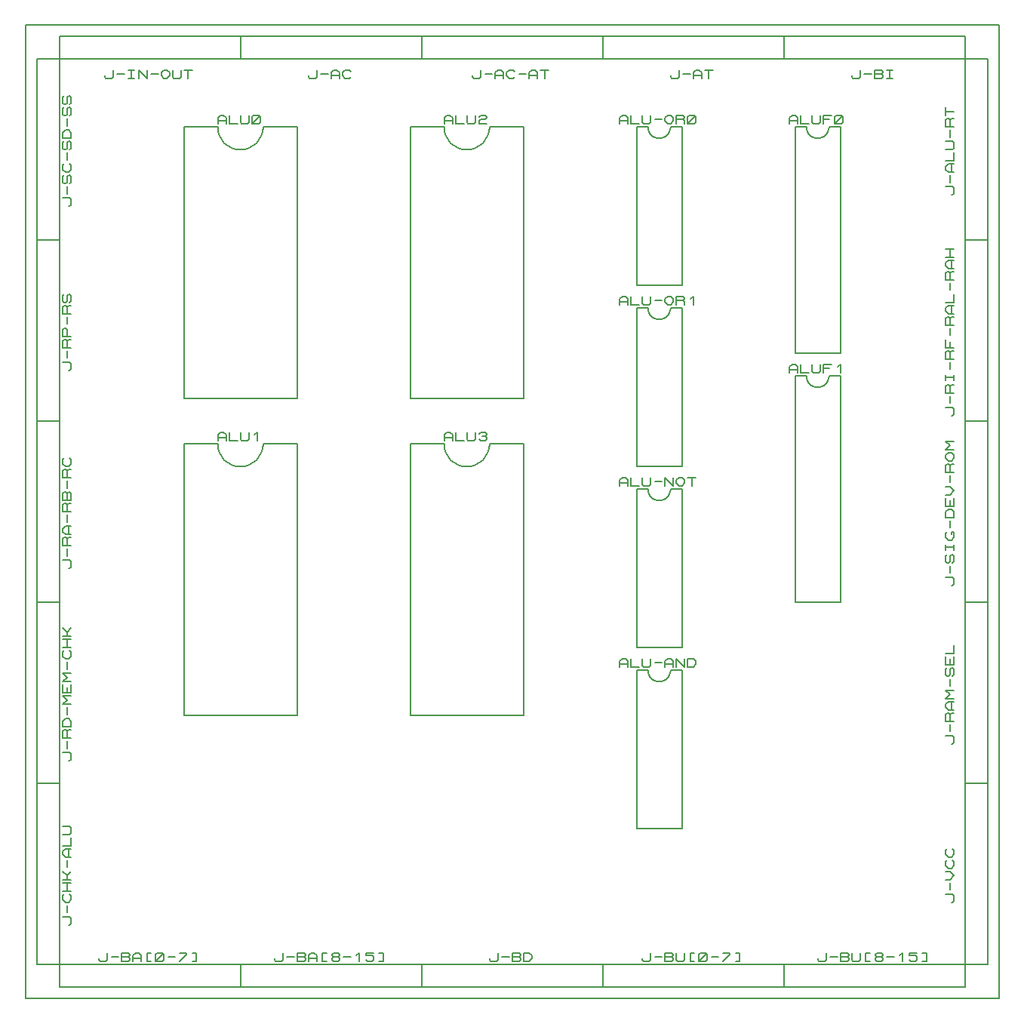
<source format=gbr>
G04 PROTEUS GERBER X2 FILE*
%TF.GenerationSoftware,Labcenter,Proteus,8.13-SP0-Build31525*%
%TF.CreationDate,2022-07-18T16:51:56+00:00*%
%TF.FileFunction,Legend,Top*%
%TF.FilePolarity,Positive*%
%TF.Part,Single*%
%TF.SameCoordinates,{ef34fe09-6a13-4269-aa04-aafbd3ed972e}*%
%FSLAX45Y45*%
%MOMM*%
G01*
%TA.AperFunction,Profile*%
%ADD15C,0.203200*%
%TA.AperFunction,Material*%
%ADD16C,0.203200*%
%TD.AperFunction*%
D15*
X-5461000Y-5715000D02*
X+5461000Y-5715000D01*
X+5461000Y+5207000D01*
X-5461000Y+5207000D01*
X-5461000Y-5715000D01*
D16*
X-3048000Y+4826000D02*
X-1016000Y+4826000D01*
X-1016000Y+5080000D01*
X-3048000Y+5080000D01*
X-3048000Y+4826000D01*
X-2286000Y+4643120D02*
X-2286000Y+4627880D01*
X-2270125Y+4612640D01*
X-2206625Y+4612640D01*
X-2190750Y+4627880D01*
X-2190750Y+4704080D01*
X-2143125Y+4658360D02*
X-2063750Y+4658360D01*
X-2032000Y+4612640D02*
X-2032000Y+4673600D01*
X-2000250Y+4704080D01*
X-1968500Y+4704080D01*
X-1936750Y+4673600D01*
X-1936750Y+4612640D01*
X-2032000Y+4643120D02*
X-1936750Y+4643120D01*
X-1809750Y+4627880D02*
X-1825625Y+4612640D01*
X-1873250Y+4612640D01*
X-1905000Y+4643120D01*
X-1905000Y+4673600D01*
X-1873250Y+4704080D01*
X-1825625Y+4704080D01*
X-1809750Y+4688840D01*
X-1016000Y+4826000D02*
X+1016000Y+4826000D01*
X+1016000Y+5080000D01*
X-1016000Y+5080000D01*
X-1016000Y+4826000D01*
X-444500Y+4643120D02*
X-444500Y+4627880D01*
X-428625Y+4612640D01*
X-365125Y+4612640D01*
X-349250Y+4627880D01*
X-349250Y+4704080D01*
X-301625Y+4658360D02*
X-222250Y+4658360D01*
X-190500Y+4612640D02*
X-190500Y+4673600D01*
X-158750Y+4704080D01*
X-127000Y+4704080D01*
X-95250Y+4673600D01*
X-95250Y+4612640D01*
X-190500Y+4643120D02*
X-95250Y+4643120D01*
X+31750Y+4627880D02*
X+15875Y+4612640D01*
X-31750Y+4612640D01*
X-63500Y+4643120D01*
X-63500Y+4673600D01*
X-31750Y+4704080D01*
X+15875Y+4704080D01*
X+31750Y+4688840D01*
X+79375Y+4658360D02*
X+158750Y+4658360D01*
X+190500Y+4612640D02*
X+190500Y+4673600D01*
X+222250Y+4704080D01*
X+254000Y+4704080D01*
X+285750Y+4673600D01*
X+285750Y+4612640D01*
X+190500Y+4643120D02*
X+285750Y+4643120D01*
X+317500Y+4704080D02*
X+412750Y+4704080D01*
X+365125Y+4704080D02*
X+365125Y+4612640D01*
X+1016000Y+4826000D02*
X+3048000Y+4826000D01*
X+3048000Y+5080000D01*
X+1016000Y+5080000D01*
X+1016000Y+4826000D01*
X+1778000Y+4643120D02*
X+1778000Y+4627880D01*
X+1793875Y+4612640D01*
X+1857375Y+4612640D01*
X+1873250Y+4627880D01*
X+1873250Y+4704080D01*
X+1920875Y+4658360D02*
X+2000250Y+4658360D01*
X+2032000Y+4612640D02*
X+2032000Y+4673600D01*
X+2063750Y+4704080D01*
X+2095500Y+4704080D01*
X+2127250Y+4673600D01*
X+2127250Y+4612640D01*
X+2032000Y+4643120D02*
X+2127250Y+4643120D01*
X+2159000Y+4704080D02*
X+2254250Y+4704080D01*
X+2206625Y+4704080D02*
X+2206625Y+4612640D01*
X+3048000Y+4826000D02*
X+5080000Y+4826000D01*
X+5080000Y+5080000D01*
X+3048000Y+5080000D01*
X+3048000Y+4826000D01*
X+3810000Y+4643120D02*
X+3810000Y+4627880D01*
X+3825875Y+4612640D01*
X+3889375Y+4612640D01*
X+3905250Y+4627880D01*
X+3905250Y+4704080D01*
X+3952875Y+4658360D02*
X+4032250Y+4658360D01*
X+4064000Y+4612640D02*
X+4064000Y+4704080D01*
X+4143375Y+4704080D01*
X+4159250Y+4688840D01*
X+4159250Y+4673600D01*
X+4143375Y+4658360D01*
X+4159250Y+4643120D01*
X+4159250Y+4627880D01*
X+4143375Y+4612640D01*
X+4064000Y+4612640D01*
X+4064000Y+4658360D02*
X+4143375Y+4658360D01*
X+4206875Y+4704080D02*
X+4270375Y+4704080D01*
X+4238625Y+4704080D02*
X+4238625Y+4612640D01*
X+4206875Y+4612640D02*
X+4270375Y+4612640D01*
X-5080000Y+4826000D02*
X-3048000Y+4826000D01*
X-3048000Y+5080000D01*
X-5080000Y+5080000D01*
X-5080000Y+4826000D01*
X-4572000Y+4643120D02*
X-4572000Y+4627880D01*
X-4556125Y+4612640D01*
X-4492625Y+4612640D01*
X-4476750Y+4627880D01*
X-4476750Y+4704080D01*
X-4429125Y+4658360D02*
X-4349750Y+4658360D01*
X-4302125Y+4704080D02*
X-4238625Y+4704080D01*
X-4270375Y+4704080D02*
X-4270375Y+4612640D01*
X-4302125Y+4612640D02*
X-4238625Y+4612640D01*
X-4191000Y+4612640D02*
X-4191000Y+4704080D01*
X-4095750Y+4612640D01*
X-4095750Y+4704080D01*
X-4048125Y+4658360D02*
X-3968750Y+4658360D01*
X-3937000Y+4673600D02*
X-3905250Y+4704080D01*
X-3873500Y+4704080D01*
X-3841750Y+4673600D01*
X-3841750Y+4643120D01*
X-3873500Y+4612640D01*
X-3905250Y+4612640D01*
X-3937000Y+4643120D01*
X-3937000Y+4673600D01*
X-3810000Y+4704080D02*
X-3810000Y+4627880D01*
X-3794125Y+4612640D01*
X-3730625Y+4612640D01*
X-3714750Y+4627880D01*
X-3714750Y+4704080D01*
X-3683000Y+4704080D02*
X-3587750Y+4704080D01*
X-3635375Y+4704080D02*
X-3635375Y+4612640D01*
X-5080000Y-5588000D02*
X-3048000Y-5588000D01*
X-3048000Y-5334000D01*
X-5080000Y-5334000D01*
X-5080000Y-5588000D01*
X-4635500Y-5262880D02*
X-4635500Y-5278120D01*
X-4619625Y-5293360D01*
X-4556125Y-5293360D01*
X-4540250Y-5278120D01*
X-4540250Y-5201920D01*
X-4492625Y-5247640D02*
X-4413250Y-5247640D01*
X-4381500Y-5293360D02*
X-4381500Y-5201920D01*
X-4302125Y-5201920D01*
X-4286250Y-5217160D01*
X-4286250Y-5232400D01*
X-4302125Y-5247640D01*
X-4286250Y-5262880D01*
X-4286250Y-5278120D01*
X-4302125Y-5293360D01*
X-4381500Y-5293360D01*
X-4381500Y-5247640D02*
X-4302125Y-5247640D01*
X-4254500Y-5293360D02*
X-4254500Y-5232400D01*
X-4222750Y-5201920D01*
X-4191000Y-5201920D01*
X-4159250Y-5232400D01*
X-4159250Y-5293360D01*
X-4254500Y-5262880D02*
X-4159250Y-5262880D01*
X-4048125Y-5201920D02*
X-4095750Y-5201920D01*
X-4095750Y-5293360D01*
X-4048125Y-5293360D01*
X-4000500Y-5278120D02*
X-4000500Y-5217160D01*
X-3984625Y-5201920D01*
X-3921125Y-5201920D01*
X-3905250Y-5217160D01*
X-3905250Y-5278120D01*
X-3921125Y-5293360D01*
X-3984625Y-5293360D01*
X-4000500Y-5278120D01*
X-4000500Y-5293360D02*
X-3905250Y-5201920D01*
X-3857625Y-5247640D02*
X-3778250Y-5247640D01*
X-3730625Y-5201920D02*
X-3651250Y-5201920D01*
X-3651250Y-5217160D01*
X-3730625Y-5293360D01*
X-3587750Y-5201920D02*
X-3540125Y-5201920D01*
X-3540125Y-5293360D01*
X-3587750Y-5293360D01*
X-3048000Y-5588000D02*
X-1016000Y-5588000D01*
X-1016000Y-5334000D01*
X-3048000Y-5334000D01*
X-3048000Y-5588000D01*
X-2667000Y-5262880D02*
X-2667000Y-5278120D01*
X-2651125Y-5293360D01*
X-2587625Y-5293360D01*
X-2571750Y-5278120D01*
X-2571750Y-5201920D01*
X-2524125Y-5247640D02*
X-2444750Y-5247640D01*
X-2413000Y-5293360D02*
X-2413000Y-5201920D01*
X-2333625Y-5201920D01*
X-2317750Y-5217160D01*
X-2317750Y-5232400D01*
X-2333625Y-5247640D01*
X-2317750Y-5262880D01*
X-2317750Y-5278120D01*
X-2333625Y-5293360D01*
X-2413000Y-5293360D01*
X-2413000Y-5247640D02*
X-2333625Y-5247640D01*
X-2286000Y-5293360D02*
X-2286000Y-5232400D01*
X-2254250Y-5201920D01*
X-2222500Y-5201920D01*
X-2190750Y-5232400D01*
X-2190750Y-5293360D01*
X-2286000Y-5262880D02*
X-2190750Y-5262880D01*
X-2079625Y-5201920D02*
X-2127250Y-5201920D01*
X-2127250Y-5293360D01*
X-2079625Y-5293360D01*
X-2000250Y-5247640D02*
X-2016125Y-5232400D01*
X-2016125Y-5217160D01*
X-2000250Y-5201920D01*
X-1952625Y-5201920D01*
X-1936750Y-5217160D01*
X-1936750Y-5232400D01*
X-1952625Y-5247640D01*
X-2000250Y-5247640D01*
X-2016125Y-5262880D01*
X-2016125Y-5278120D01*
X-2000250Y-5293360D01*
X-1952625Y-5293360D01*
X-1936750Y-5278120D01*
X-1936750Y-5262880D01*
X-1952625Y-5247640D01*
X-1889125Y-5247640D02*
X-1809750Y-5247640D01*
X-1746250Y-5232400D02*
X-1714500Y-5201920D01*
X-1714500Y-5293360D01*
X-1555750Y-5201920D02*
X-1635125Y-5201920D01*
X-1635125Y-5232400D01*
X-1571625Y-5232400D01*
X-1555750Y-5247640D01*
X-1555750Y-5278120D01*
X-1571625Y-5293360D01*
X-1619250Y-5293360D01*
X-1635125Y-5278120D01*
X-1492250Y-5201920D02*
X-1444625Y-5201920D01*
X-1444625Y-5293360D01*
X-1492250Y-5293360D01*
X-1016000Y-5588000D02*
X+1016000Y-5588000D01*
X+1016000Y-5334000D01*
X-1016000Y-5334000D01*
X-1016000Y-5588000D01*
X-254000Y-5262880D02*
X-254000Y-5278120D01*
X-238125Y-5293360D01*
X-174625Y-5293360D01*
X-158750Y-5278120D01*
X-158750Y-5201920D01*
X-111125Y-5247640D02*
X-31750Y-5247640D01*
X+0Y-5293360D02*
X+0Y-5201920D01*
X+79375Y-5201920D01*
X+95250Y-5217160D01*
X+95250Y-5232400D01*
X+79375Y-5247640D01*
X+95250Y-5262880D01*
X+95250Y-5278120D01*
X+79375Y-5293360D01*
X+0Y-5293360D01*
X+0Y-5247640D02*
X+79375Y-5247640D01*
X+127000Y-5293360D02*
X+127000Y-5201920D01*
X+190500Y-5201920D01*
X+222250Y-5232400D01*
X+222250Y-5262880D01*
X+190500Y-5293360D01*
X+127000Y-5293360D01*
X+1016000Y-5588000D02*
X+3048000Y-5588000D01*
X+3048000Y-5334000D01*
X+1016000Y-5334000D01*
X+1016000Y-5588000D01*
X+1460500Y-5262880D02*
X+1460500Y-5278120D01*
X+1476375Y-5293360D01*
X+1539875Y-5293360D01*
X+1555750Y-5278120D01*
X+1555750Y-5201920D01*
X+1603375Y-5247640D02*
X+1682750Y-5247640D01*
X+1714500Y-5293360D02*
X+1714500Y-5201920D01*
X+1793875Y-5201920D01*
X+1809750Y-5217160D01*
X+1809750Y-5232400D01*
X+1793875Y-5247640D01*
X+1809750Y-5262880D01*
X+1809750Y-5278120D01*
X+1793875Y-5293360D01*
X+1714500Y-5293360D01*
X+1714500Y-5247640D02*
X+1793875Y-5247640D01*
X+1841500Y-5201920D02*
X+1841500Y-5278120D01*
X+1857375Y-5293360D01*
X+1920875Y-5293360D01*
X+1936750Y-5278120D01*
X+1936750Y-5201920D01*
X+2047875Y-5201920D02*
X+2000250Y-5201920D01*
X+2000250Y-5293360D01*
X+2047875Y-5293360D01*
X+2095500Y-5278120D02*
X+2095500Y-5217160D01*
X+2111375Y-5201920D01*
X+2174875Y-5201920D01*
X+2190750Y-5217160D01*
X+2190750Y-5278120D01*
X+2174875Y-5293360D01*
X+2111375Y-5293360D01*
X+2095500Y-5278120D01*
X+2095500Y-5293360D02*
X+2190750Y-5201920D01*
X+2238375Y-5247640D02*
X+2317750Y-5247640D01*
X+2365375Y-5201920D02*
X+2444750Y-5201920D01*
X+2444750Y-5217160D01*
X+2365375Y-5293360D01*
X+2508250Y-5201920D02*
X+2555875Y-5201920D01*
X+2555875Y-5293360D01*
X+2508250Y-5293360D01*
X+3048000Y-5588000D02*
X+5080000Y-5588000D01*
X+5080000Y-5334000D01*
X+3048000Y-5334000D01*
X+3048000Y-5588000D01*
X+3429000Y-5262880D02*
X+3429000Y-5278120D01*
X+3444875Y-5293360D01*
X+3508375Y-5293360D01*
X+3524250Y-5278120D01*
X+3524250Y-5201920D01*
X+3571875Y-5247640D02*
X+3651250Y-5247640D01*
X+3683000Y-5293360D02*
X+3683000Y-5201920D01*
X+3762375Y-5201920D01*
X+3778250Y-5217160D01*
X+3778250Y-5232400D01*
X+3762375Y-5247640D01*
X+3778250Y-5262880D01*
X+3778250Y-5278120D01*
X+3762375Y-5293360D01*
X+3683000Y-5293360D01*
X+3683000Y-5247640D02*
X+3762375Y-5247640D01*
X+3810000Y-5201920D02*
X+3810000Y-5278120D01*
X+3825875Y-5293360D01*
X+3889375Y-5293360D01*
X+3905250Y-5278120D01*
X+3905250Y-5201920D01*
X+4016375Y-5201920D02*
X+3968750Y-5201920D01*
X+3968750Y-5293360D01*
X+4016375Y-5293360D01*
X+4095750Y-5247640D02*
X+4079875Y-5232400D01*
X+4079875Y-5217160D01*
X+4095750Y-5201920D01*
X+4143375Y-5201920D01*
X+4159250Y-5217160D01*
X+4159250Y-5232400D01*
X+4143375Y-5247640D01*
X+4095750Y-5247640D01*
X+4079875Y-5262880D01*
X+4079875Y-5278120D01*
X+4095750Y-5293360D01*
X+4143375Y-5293360D01*
X+4159250Y-5278120D01*
X+4159250Y-5262880D01*
X+4143375Y-5247640D01*
X+4206875Y-5247640D02*
X+4286250Y-5247640D01*
X+4349750Y-5232400D02*
X+4381500Y-5201920D01*
X+4381500Y-5293360D01*
X+4540250Y-5201920D02*
X+4460875Y-5201920D01*
X+4460875Y-5232400D01*
X+4524375Y-5232400D01*
X+4540250Y-5247640D01*
X+4540250Y-5278120D01*
X+4524375Y-5293360D01*
X+4476750Y-5293360D01*
X+4460875Y-5278120D01*
X+4603750Y-5201920D02*
X+4651375Y-5201920D01*
X+4651375Y-5293360D01*
X+4603750Y-5293360D01*
X-5334000Y+2794000D02*
X-5080000Y+2794000D01*
X-5080000Y+4826000D01*
X-5334000Y+4826000D01*
X-5334000Y+2794000D01*
X-4978400Y+3175000D02*
X-4963160Y+3175000D01*
X-4947920Y+3190875D01*
X-4947920Y+3254375D01*
X-4963160Y+3270250D01*
X-5039360Y+3270250D01*
X-4993640Y+3317875D02*
X-4993640Y+3397250D01*
X-4963160Y+3429000D02*
X-4947920Y+3444875D01*
X-4947920Y+3508375D01*
X-4963160Y+3524250D01*
X-4978400Y+3524250D01*
X-4993640Y+3508375D01*
X-4993640Y+3444875D01*
X-5008880Y+3429000D01*
X-5024120Y+3429000D01*
X-5039360Y+3444875D01*
X-5039360Y+3508375D01*
X-5024120Y+3524250D01*
X-4963160Y+3651250D02*
X-4947920Y+3635375D01*
X-4947920Y+3587750D01*
X-4978400Y+3556000D01*
X-5008880Y+3556000D01*
X-5039360Y+3587750D01*
X-5039360Y+3635375D01*
X-5024120Y+3651250D01*
X-4993640Y+3698875D02*
X-4993640Y+3778250D01*
X-4963160Y+3810000D02*
X-4947920Y+3825875D01*
X-4947920Y+3889375D01*
X-4963160Y+3905250D01*
X-4978400Y+3905250D01*
X-4993640Y+3889375D01*
X-4993640Y+3825875D01*
X-5008880Y+3810000D01*
X-5024120Y+3810000D01*
X-5039360Y+3825875D01*
X-5039360Y+3889375D01*
X-5024120Y+3905250D01*
X-4947920Y+3937000D02*
X-5039360Y+3937000D01*
X-5039360Y+4000500D01*
X-5008880Y+4032250D01*
X-4978400Y+4032250D01*
X-4947920Y+4000500D01*
X-4947920Y+3937000D01*
X-4993640Y+4079875D02*
X-4993640Y+4159250D01*
X-4963160Y+4191000D02*
X-4947920Y+4206875D01*
X-4947920Y+4270375D01*
X-4963160Y+4286250D01*
X-4978400Y+4286250D01*
X-4993640Y+4270375D01*
X-4993640Y+4206875D01*
X-5008880Y+4191000D01*
X-5024120Y+4191000D01*
X-5039360Y+4206875D01*
X-5039360Y+4270375D01*
X-5024120Y+4286250D01*
X-4963160Y+4318000D02*
X-4947920Y+4333875D01*
X-4947920Y+4397375D01*
X-4963160Y+4413250D01*
X-4978400Y+4413250D01*
X-4993640Y+4397375D01*
X-4993640Y+4333875D01*
X-5008880Y+4318000D01*
X-5024120Y+4318000D01*
X-5039360Y+4333875D01*
X-5039360Y+4397375D01*
X-5024120Y+4413250D01*
X-5334000Y+762000D02*
X-5080000Y+762000D01*
X-5080000Y+2794000D01*
X-5334000Y+2794000D01*
X-5334000Y+762000D01*
X-4978400Y+1333500D02*
X-4963160Y+1333500D01*
X-4947920Y+1349375D01*
X-4947920Y+1412875D01*
X-4963160Y+1428750D01*
X-5039360Y+1428750D01*
X-4993640Y+1476375D02*
X-4993640Y+1555750D01*
X-4947920Y+1587500D02*
X-5039360Y+1587500D01*
X-5039360Y+1666875D01*
X-5024120Y+1682750D01*
X-5008880Y+1682750D01*
X-4993640Y+1666875D01*
X-4993640Y+1587500D01*
X-4993640Y+1666875D02*
X-4978400Y+1682750D01*
X-4947920Y+1682750D01*
X-4947920Y+1714500D02*
X-5039360Y+1714500D01*
X-5039360Y+1793875D01*
X-5024120Y+1809750D01*
X-5008880Y+1809750D01*
X-4993640Y+1793875D01*
X-4993640Y+1714500D01*
X-4993640Y+1857375D02*
X-4993640Y+1936750D01*
X-4947920Y+1968500D02*
X-5039360Y+1968500D01*
X-5039360Y+2047875D01*
X-5024120Y+2063750D01*
X-5008880Y+2063750D01*
X-4993640Y+2047875D01*
X-4993640Y+1968500D01*
X-4993640Y+2047875D02*
X-4978400Y+2063750D01*
X-4947920Y+2063750D01*
X-4963160Y+2095500D02*
X-4947920Y+2111375D01*
X-4947920Y+2174875D01*
X-4963160Y+2190750D01*
X-4978400Y+2190750D01*
X-4993640Y+2174875D01*
X-4993640Y+2111375D01*
X-5008880Y+2095500D01*
X-5024120Y+2095500D01*
X-5039360Y+2111375D01*
X-5039360Y+2174875D01*
X-5024120Y+2190750D01*
X-5334000Y-1270000D02*
X-5080000Y-1270000D01*
X-5080000Y+762000D01*
X-5334000Y+762000D01*
X-5334000Y-1270000D01*
X-4978400Y-889000D02*
X-4963160Y-889000D01*
X-4947920Y-873125D01*
X-4947920Y-809625D01*
X-4963160Y-793750D01*
X-5039360Y-793750D01*
X-4993640Y-746125D02*
X-4993640Y-666750D01*
X-4947920Y-635000D02*
X-5039360Y-635000D01*
X-5039360Y-555625D01*
X-5024120Y-539750D01*
X-5008880Y-539750D01*
X-4993640Y-555625D01*
X-4993640Y-635000D01*
X-4993640Y-555625D02*
X-4978400Y-539750D01*
X-4947920Y-539750D01*
X-4947920Y-508000D02*
X-5008880Y-508000D01*
X-5039360Y-476250D01*
X-5039360Y-444500D01*
X-5008880Y-412750D01*
X-4947920Y-412750D01*
X-4978400Y-508000D02*
X-4978400Y-412750D01*
X-4993640Y-365125D02*
X-4993640Y-285750D01*
X-4947920Y-254000D02*
X-5039360Y-254000D01*
X-5039360Y-174625D01*
X-5024120Y-158750D01*
X-5008880Y-158750D01*
X-4993640Y-174625D01*
X-4993640Y-254000D01*
X-4993640Y-174625D02*
X-4978400Y-158750D01*
X-4947920Y-158750D01*
X-4947920Y-127000D02*
X-5039360Y-127000D01*
X-5039360Y-47625D01*
X-5024120Y-31750D01*
X-5008880Y-31750D01*
X-4993640Y-47625D01*
X-4978400Y-31750D01*
X-4963160Y-31750D01*
X-4947920Y-47625D01*
X-4947920Y-127000D01*
X-4993640Y-127000D02*
X-4993640Y-47625D01*
X-4993640Y+15875D02*
X-4993640Y+95250D01*
X-4947920Y+127000D02*
X-5039360Y+127000D01*
X-5039360Y+206375D01*
X-5024120Y+222250D01*
X-5008880Y+222250D01*
X-4993640Y+206375D01*
X-4993640Y+127000D01*
X-4993640Y+206375D02*
X-4978400Y+222250D01*
X-4947920Y+222250D01*
X-4963160Y+349250D02*
X-4947920Y+333375D01*
X-4947920Y+285750D01*
X-4978400Y+254000D01*
X-5008880Y+254000D01*
X-5039360Y+285750D01*
X-5039360Y+333375D01*
X-5024120Y+349250D01*
X-5334000Y-3302000D02*
X-5080000Y-3302000D01*
X-5080000Y-1270000D01*
X-5334000Y-1270000D01*
X-5334000Y-3302000D01*
X-4978400Y-3048000D02*
X-4963160Y-3048000D01*
X-4947920Y-3032125D01*
X-4947920Y-2968625D01*
X-4963160Y-2952750D01*
X-5039360Y-2952750D01*
X-4993640Y-2905125D02*
X-4993640Y-2825750D01*
X-4947920Y-2794000D02*
X-5039360Y-2794000D01*
X-5039360Y-2714625D01*
X-5024120Y-2698750D01*
X-5008880Y-2698750D01*
X-4993640Y-2714625D01*
X-4993640Y-2794000D01*
X-4993640Y-2714625D02*
X-4978400Y-2698750D01*
X-4947920Y-2698750D01*
X-4947920Y-2667000D02*
X-5039360Y-2667000D01*
X-5039360Y-2603500D01*
X-5008880Y-2571750D01*
X-4978400Y-2571750D01*
X-4947920Y-2603500D01*
X-4947920Y-2667000D01*
X-4993640Y-2524125D02*
X-4993640Y-2444750D01*
X-4947920Y-2413000D02*
X-5039360Y-2413000D01*
X-4993640Y-2365375D01*
X-5039360Y-2317750D01*
X-4947920Y-2317750D01*
X-4947920Y-2190750D02*
X-4947920Y-2286000D01*
X-5039360Y-2286000D01*
X-5039360Y-2190750D01*
X-4993640Y-2286000D02*
X-4993640Y-2222500D01*
X-4947920Y-2159000D02*
X-5039360Y-2159000D01*
X-4993640Y-2111375D01*
X-5039360Y-2063750D01*
X-4947920Y-2063750D01*
X-4993640Y-2016125D02*
X-4993640Y-1936750D01*
X-4963160Y-1809750D02*
X-4947920Y-1825625D01*
X-4947920Y-1873250D01*
X-4978400Y-1905000D01*
X-5008880Y-1905000D01*
X-5039360Y-1873250D01*
X-5039360Y-1825625D01*
X-5024120Y-1809750D01*
X-4947920Y-1778000D02*
X-5039360Y-1778000D01*
X-5039360Y-1682750D02*
X-4947920Y-1682750D01*
X-4993640Y-1778000D02*
X-4993640Y-1682750D01*
X-5039360Y-1651000D02*
X-4947920Y-1651000D01*
X-5039360Y-1555750D02*
X-4993640Y-1603375D01*
X-4947920Y-1555750D01*
X-4993640Y-1651000D02*
X-4993640Y-1603375D01*
X-5334000Y-5334000D02*
X-5080000Y-5334000D01*
X-5080000Y-3302000D01*
X-5334000Y-3302000D01*
X-5334000Y-5334000D01*
X-4978400Y-4889500D02*
X-4963160Y-4889500D01*
X-4947920Y-4873625D01*
X-4947920Y-4810125D01*
X-4963160Y-4794250D01*
X-5039360Y-4794250D01*
X-4993640Y-4746625D02*
X-4993640Y-4667250D01*
X-4963160Y-4540250D02*
X-4947920Y-4556125D01*
X-4947920Y-4603750D01*
X-4978400Y-4635500D01*
X-5008880Y-4635500D01*
X-5039360Y-4603750D01*
X-5039360Y-4556125D01*
X-5024120Y-4540250D01*
X-4947920Y-4508500D02*
X-5039360Y-4508500D01*
X-5039360Y-4413250D02*
X-4947920Y-4413250D01*
X-4993640Y-4508500D02*
X-4993640Y-4413250D01*
X-5039360Y-4381500D02*
X-4947920Y-4381500D01*
X-5039360Y-4286250D02*
X-4993640Y-4333875D01*
X-4947920Y-4286250D01*
X-4993640Y-4381500D02*
X-4993640Y-4333875D01*
X-4993640Y-4238625D02*
X-4993640Y-4159250D01*
X-4947920Y-4127500D02*
X-5008880Y-4127500D01*
X-5039360Y-4095750D01*
X-5039360Y-4064000D01*
X-5008880Y-4032250D01*
X-4947920Y-4032250D01*
X-4978400Y-4127500D02*
X-4978400Y-4032250D01*
X-5039360Y-4000500D02*
X-4947920Y-4000500D01*
X-4947920Y-3905250D01*
X-5039360Y-3873500D02*
X-4963160Y-3873500D01*
X-4947920Y-3857625D01*
X-4947920Y-3794125D01*
X-4963160Y-3778250D01*
X-5039360Y-3778250D01*
X+5080000Y+2794000D02*
X+5334000Y+2794000D01*
X+5334000Y+4826000D01*
X+5080000Y+4826000D01*
X+5080000Y+2794000D01*
X+4927600Y+3302000D02*
X+4942840Y+3302000D01*
X+4958080Y+3317875D01*
X+4958080Y+3381375D01*
X+4942840Y+3397250D01*
X+4866640Y+3397250D01*
X+4912360Y+3444875D02*
X+4912360Y+3524250D01*
X+4958080Y+3556000D02*
X+4897120Y+3556000D01*
X+4866640Y+3587750D01*
X+4866640Y+3619500D01*
X+4897120Y+3651250D01*
X+4958080Y+3651250D01*
X+4927600Y+3556000D02*
X+4927600Y+3651250D01*
X+4866640Y+3683000D02*
X+4958080Y+3683000D01*
X+4958080Y+3778250D01*
X+4866640Y+3810000D02*
X+4942840Y+3810000D01*
X+4958080Y+3825875D01*
X+4958080Y+3889375D01*
X+4942840Y+3905250D01*
X+4866640Y+3905250D01*
X+4912360Y+3952875D02*
X+4912360Y+4032250D01*
X+4958080Y+4064000D02*
X+4866640Y+4064000D01*
X+4866640Y+4143375D01*
X+4881880Y+4159250D01*
X+4897120Y+4159250D01*
X+4912360Y+4143375D01*
X+4912360Y+4064000D01*
X+4912360Y+4143375D02*
X+4927600Y+4159250D01*
X+4958080Y+4159250D01*
X+4866640Y+4191000D02*
X+4866640Y+4286250D01*
X+4866640Y+4238625D02*
X+4958080Y+4238625D01*
X+5080000Y+762000D02*
X+5334000Y+762000D01*
X+5334000Y+2794000D01*
X+5080000Y+2794000D01*
X+5080000Y+762000D01*
X+4927600Y+825500D02*
X+4942840Y+825500D01*
X+4958080Y+841375D01*
X+4958080Y+904875D01*
X+4942840Y+920750D01*
X+4866640Y+920750D01*
X+4912360Y+968375D02*
X+4912360Y+1047750D01*
X+4958080Y+1079500D02*
X+4866640Y+1079500D01*
X+4866640Y+1158875D01*
X+4881880Y+1174750D01*
X+4897120Y+1174750D01*
X+4912360Y+1158875D01*
X+4912360Y+1079500D01*
X+4912360Y+1158875D02*
X+4927600Y+1174750D01*
X+4958080Y+1174750D01*
X+4866640Y+1222375D02*
X+4866640Y+1285875D01*
X+4866640Y+1254125D02*
X+4958080Y+1254125D01*
X+4958080Y+1222375D02*
X+4958080Y+1285875D01*
X+4912360Y+1349375D02*
X+4912360Y+1428750D01*
X+4958080Y+1460500D02*
X+4866640Y+1460500D01*
X+4866640Y+1539875D01*
X+4881880Y+1555750D01*
X+4897120Y+1555750D01*
X+4912360Y+1539875D01*
X+4912360Y+1460500D01*
X+4912360Y+1539875D02*
X+4927600Y+1555750D01*
X+4958080Y+1555750D01*
X+4958080Y+1587500D02*
X+4866640Y+1587500D01*
X+4866640Y+1682750D01*
X+4912360Y+1587500D02*
X+4912360Y+1651000D01*
X+4912360Y+1730375D02*
X+4912360Y+1809750D01*
X+4958080Y+1841500D02*
X+4866640Y+1841500D01*
X+4866640Y+1920875D01*
X+4881880Y+1936750D01*
X+4897120Y+1936750D01*
X+4912360Y+1920875D01*
X+4912360Y+1841500D01*
X+4912360Y+1920875D02*
X+4927600Y+1936750D01*
X+4958080Y+1936750D01*
X+4958080Y+1968500D02*
X+4897120Y+1968500D01*
X+4866640Y+2000250D01*
X+4866640Y+2032000D01*
X+4897120Y+2063750D01*
X+4958080Y+2063750D01*
X+4927600Y+1968500D02*
X+4927600Y+2063750D01*
X+4866640Y+2095500D02*
X+4958080Y+2095500D01*
X+4958080Y+2190750D01*
X+4912360Y+2238375D02*
X+4912360Y+2317750D01*
X+4958080Y+2349500D02*
X+4866640Y+2349500D01*
X+4866640Y+2428875D01*
X+4881880Y+2444750D01*
X+4897120Y+2444750D01*
X+4912360Y+2428875D01*
X+4912360Y+2349500D01*
X+4912360Y+2428875D02*
X+4927600Y+2444750D01*
X+4958080Y+2444750D01*
X+4958080Y+2476500D02*
X+4897120Y+2476500D01*
X+4866640Y+2508250D01*
X+4866640Y+2540000D01*
X+4897120Y+2571750D01*
X+4958080Y+2571750D01*
X+4927600Y+2476500D02*
X+4927600Y+2571750D01*
X+4958080Y+2603500D02*
X+4866640Y+2603500D01*
X+4866640Y+2698750D02*
X+4958080Y+2698750D01*
X+4912360Y+2603500D02*
X+4912360Y+2698750D01*
X+5080000Y-1270000D02*
X+5334000Y-1270000D01*
X+5334000Y+762000D01*
X+5080000Y+762000D01*
X+5080000Y-1270000D01*
X+4927600Y-1079500D02*
X+4942840Y-1079500D01*
X+4958080Y-1063625D01*
X+4958080Y-1000125D01*
X+4942840Y-984250D01*
X+4866640Y-984250D01*
X+4912360Y-936625D02*
X+4912360Y-857250D01*
X+4942840Y-825500D02*
X+4958080Y-809625D01*
X+4958080Y-746125D01*
X+4942840Y-730250D01*
X+4927600Y-730250D01*
X+4912360Y-746125D01*
X+4912360Y-809625D01*
X+4897120Y-825500D01*
X+4881880Y-825500D01*
X+4866640Y-809625D01*
X+4866640Y-746125D01*
X+4881880Y-730250D01*
X+4866640Y-682625D02*
X+4866640Y-619125D01*
X+4866640Y-650875D02*
X+4958080Y-650875D01*
X+4958080Y-682625D02*
X+4958080Y-619125D01*
X+4927600Y-508000D02*
X+4927600Y-476250D01*
X+4958080Y-476250D01*
X+4958080Y-539750D01*
X+4927600Y-571500D01*
X+4897120Y-571500D01*
X+4866640Y-539750D01*
X+4866640Y-492125D01*
X+4881880Y-476250D01*
X+4912360Y-428625D02*
X+4912360Y-349250D01*
X+4958080Y-317500D02*
X+4866640Y-317500D01*
X+4866640Y-254000D01*
X+4897120Y-222250D01*
X+4927600Y-222250D01*
X+4958080Y-254000D01*
X+4958080Y-317500D01*
X+4958080Y-95250D02*
X+4958080Y-190500D01*
X+4866640Y-190500D01*
X+4866640Y-95250D01*
X+4912360Y-190500D02*
X+4912360Y-127000D01*
X+4866640Y-63500D02*
X+4912360Y-63500D01*
X+4958080Y-15875D01*
X+4912360Y+31750D01*
X+4866640Y+31750D01*
X+4912360Y+79375D02*
X+4912360Y+158750D01*
X+4958080Y+190500D02*
X+4866640Y+190500D01*
X+4866640Y+269875D01*
X+4881880Y+285750D01*
X+4897120Y+285750D01*
X+4912360Y+269875D01*
X+4912360Y+190500D01*
X+4912360Y+269875D02*
X+4927600Y+285750D01*
X+4958080Y+285750D01*
X+4897120Y+317500D02*
X+4866640Y+349250D01*
X+4866640Y+381000D01*
X+4897120Y+412750D01*
X+4927600Y+412750D01*
X+4958080Y+381000D01*
X+4958080Y+349250D01*
X+4927600Y+317500D01*
X+4897120Y+317500D01*
X+4958080Y+444500D02*
X+4866640Y+444500D01*
X+4912360Y+492125D01*
X+4866640Y+539750D01*
X+4958080Y+539750D01*
X+5080000Y-3302000D02*
X+5334000Y-3302000D01*
X+5334000Y-1270000D01*
X+5080000Y-1270000D01*
X+5080000Y-3302000D01*
X+4927600Y-2857500D02*
X+4942840Y-2857500D01*
X+4958080Y-2841625D01*
X+4958080Y-2778125D01*
X+4942840Y-2762250D01*
X+4866640Y-2762250D01*
X+4912360Y-2714625D02*
X+4912360Y-2635250D01*
X+4958080Y-2603500D02*
X+4866640Y-2603500D01*
X+4866640Y-2524125D01*
X+4881880Y-2508250D01*
X+4897120Y-2508250D01*
X+4912360Y-2524125D01*
X+4912360Y-2603500D01*
X+4912360Y-2524125D02*
X+4927600Y-2508250D01*
X+4958080Y-2508250D01*
X+4958080Y-2476500D02*
X+4897120Y-2476500D01*
X+4866640Y-2444750D01*
X+4866640Y-2413000D01*
X+4897120Y-2381250D01*
X+4958080Y-2381250D01*
X+4927600Y-2476500D02*
X+4927600Y-2381250D01*
X+4958080Y-2349500D02*
X+4866640Y-2349500D01*
X+4912360Y-2301875D01*
X+4866640Y-2254250D01*
X+4958080Y-2254250D01*
X+4912360Y-2206625D02*
X+4912360Y-2127250D01*
X+4942840Y-2095500D02*
X+4958080Y-2079625D01*
X+4958080Y-2016125D01*
X+4942840Y-2000250D01*
X+4927600Y-2000250D01*
X+4912360Y-2016125D01*
X+4912360Y-2079625D01*
X+4897120Y-2095500D01*
X+4881880Y-2095500D01*
X+4866640Y-2079625D01*
X+4866640Y-2016125D01*
X+4881880Y-2000250D01*
X+4958080Y-1873250D02*
X+4958080Y-1968500D01*
X+4866640Y-1968500D01*
X+4866640Y-1873250D01*
X+4912360Y-1968500D02*
X+4912360Y-1905000D01*
X+4866640Y-1841500D02*
X+4958080Y-1841500D01*
X+4958080Y-1746250D01*
X+5080000Y-5334000D02*
X+5334000Y-5334000D01*
X+5334000Y-3302000D01*
X+5080000Y-3302000D01*
X+5080000Y-5334000D01*
X+4927600Y-4635500D02*
X+4942840Y-4635500D01*
X+4958080Y-4619625D01*
X+4958080Y-4556125D01*
X+4942840Y-4540250D01*
X+4866640Y-4540250D01*
X+4912360Y-4492625D02*
X+4912360Y-4413250D01*
X+4866640Y-4381500D02*
X+4912360Y-4381500D01*
X+4958080Y-4333875D01*
X+4912360Y-4286250D01*
X+4866640Y-4286250D01*
X+4942840Y-4159250D02*
X+4958080Y-4175125D01*
X+4958080Y-4222750D01*
X+4927600Y-4254500D01*
X+4897120Y-4254500D01*
X+4866640Y-4222750D01*
X+4866640Y-4175125D01*
X+4881880Y-4159250D01*
X+4942840Y-4032250D02*
X+4958080Y-4048125D01*
X+4958080Y-4095750D01*
X+4927600Y-4127500D01*
X+4897120Y-4127500D01*
X+4866640Y-4095750D01*
X+4866640Y-4048125D01*
X+4881880Y-4032250D01*
X-3048000Y+3810000D02*
X-2996248Y+3815080D01*
X-2948305Y+3829685D01*
X-2905125Y+3852862D01*
X-2867660Y+3883660D01*
X-2836862Y+3921125D01*
X-2813685Y+3964305D01*
X-2799080Y+4012248D01*
X-2794000Y+4064000D01*
X-3048000Y+3810000D02*
X-3100482Y+3815080D01*
X-3148766Y+3829685D01*
X-3191991Y+3852862D01*
X-3229292Y+3883660D01*
X-3259807Y+3921125D01*
X-3282672Y+3964305D01*
X-3297024Y+4012248D01*
X-3302000Y+4064000D01*
X-2794000Y+4064000D02*
X-2413000Y+4064000D01*
X-2413000Y+1016000D01*
X-3683000Y+1016000D01*
X-3683000Y+4064000D01*
X-3302000Y+4064000D01*
X-3302000Y+4104640D02*
X-3302000Y+4165600D01*
X-3270250Y+4196080D01*
X-3238500Y+4196080D01*
X-3206750Y+4165600D01*
X-3206750Y+4104640D01*
X-3302000Y+4135120D02*
X-3206750Y+4135120D01*
X-3175000Y+4196080D02*
X-3175000Y+4104640D01*
X-3079750Y+4104640D01*
X-3048000Y+4196080D02*
X-3048000Y+4119880D01*
X-3032125Y+4104640D01*
X-2968625Y+4104640D01*
X-2952750Y+4119880D01*
X-2952750Y+4196080D01*
X-2921000Y+4119880D02*
X-2921000Y+4180840D01*
X-2905125Y+4196080D01*
X-2841625Y+4196080D01*
X-2825750Y+4180840D01*
X-2825750Y+4119880D01*
X-2841625Y+4104640D01*
X-2905125Y+4104640D01*
X-2921000Y+4119880D01*
X-2921000Y+4104640D02*
X-2825750Y+4196080D01*
X-3048000Y+254000D02*
X-2996248Y+259080D01*
X-2948305Y+273685D01*
X-2905125Y+296862D01*
X-2867660Y+327660D01*
X-2836862Y+365125D01*
X-2813685Y+408305D01*
X-2799080Y+456248D01*
X-2794000Y+508000D01*
X-3048000Y+254000D02*
X-3100482Y+259080D01*
X-3148766Y+273685D01*
X-3191991Y+296862D01*
X-3229292Y+327660D01*
X-3259807Y+365125D01*
X-3282672Y+408305D01*
X-3297024Y+456248D01*
X-3302000Y+508000D01*
X-2794000Y+508000D02*
X-2413000Y+508000D01*
X-2413000Y-2540000D01*
X-3683000Y-2540000D01*
X-3683000Y+508000D01*
X-3302000Y+508000D01*
X-3302000Y+548640D02*
X-3302000Y+609600D01*
X-3270250Y+640080D01*
X-3238500Y+640080D01*
X-3206750Y+609600D01*
X-3206750Y+548640D01*
X-3302000Y+579120D02*
X-3206750Y+579120D01*
X-3175000Y+640080D02*
X-3175000Y+548640D01*
X-3079750Y+548640D01*
X-3048000Y+640080D02*
X-3048000Y+563880D01*
X-3032125Y+548640D01*
X-2968625Y+548640D01*
X-2952750Y+563880D01*
X-2952750Y+640080D01*
X-2889250Y+609600D02*
X-2857500Y+640080D01*
X-2857500Y+548640D01*
X-508000Y+3810000D02*
X-456248Y+3815080D01*
X-408305Y+3829685D01*
X-365125Y+3852862D01*
X-327660Y+3883660D01*
X-296862Y+3921125D01*
X-273685Y+3964305D01*
X-259080Y+4012248D01*
X-254000Y+4064000D01*
X-508000Y+3810000D02*
X-560482Y+3815080D01*
X-608766Y+3829685D01*
X-651991Y+3852862D01*
X-689292Y+3883660D01*
X-719807Y+3921125D01*
X-742672Y+3964305D01*
X-757024Y+4012248D01*
X-762000Y+4064000D01*
X-254000Y+4064000D02*
X+127000Y+4064000D01*
X+127000Y+1016000D01*
X-1143000Y+1016000D01*
X-1143000Y+4064000D01*
X-762000Y+4064000D01*
X-762000Y+4104640D02*
X-762000Y+4165600D01*
X-730250Y+4196080D01*
X-698500Y+4196080D01*
X-666750Y+4165600D01*
X-666750Y+4104640D01*
X-762000Y+4135120D02*
X-666750Y+4135120D01*
X-635000Y+4196080D02*
X-635000Y+4104640D01*
X-539750Y+4104640D01*
X-508000Y+4196080D02*
X-508000Y+4119880D01*
X-492125Y+4104640D01*
X-428625Y+4104640D01*
X-412750Y+4119880D01*
X-412750Y+4196080D01*
X-365125Y+4180840D02*
X-349250Y+4196080D01*
X-301625Y+4196080D01*
X-285750Y+4180840D01*
X-285750Y+4165600D01*
X-301625Y+4150360D01*
X-349250Y+4150360D01*
X-365125Y+4135120D01*
X-365125Y+4104640D01*
X-285750Y+4104640D01*
X-508000Y+254000D02*
X-456248Y+259080D01*
X-408305Y+273685D01*
X-365125Y+296862D01*
X-327660Y+327660D01*
X-296862Y+365125D01*
X-273685Y+408305D01*
X-259080Y+456248D01*
X-254000Y+508000D01*
X-508000Y+254000D02*
X-560482Y+259080D01*
X-608766Y+273685D01*
X-651991Y+296862D01*
X-689292Y+327660D01*
X-719807Y+365125D01*
X-742672Y+408305D01*
X-757024Y+456248D01*
X-762000Y+508000D01*
X-254000Y+508000D02*
X+127000Y+508000D01*
X+127000Y-2540000D01*
X-1143000Y-2540000D01*
X-1143000Y+508000D01*
X-762000Y+508000D01*
X-762000Y+548640D02*
X-762000Y+609600D01*
X-730250Y+640080D01*
X-698500Y+640080D01*
X-666750Y+609600D01*
X-666750Y+548640D01*
X-762000Y+579120D02*
X-666750Y+579120D01*
X-635000Y+640080D02*
X-635000Y+548640D01*
X-539750Y+548640D01*
X-508000Y+640080D02*
X-508000Y+563880D01*
X-492125Y+548640D01*
X-428625Y+548640D01*
X-412750Y+563880D01*
X-412750Y+640080D01*
X-365125Y+624840D02*
X-349250Y+640080D01*
X-301625Y+640080D01*
X-285750Y+624840D01*
X-285750Y+609600D01*
X-301625Y+594360D01*
X-285750Y+579120D01*
X-285750Y+563880D01*
X-301625Y+548640D01*
X-349250Y+548640D01*
X-365125Y+563880D01*
X-333375Y+594360D02*
X-301625Y+594360D01*
X+1778000Y+4064000D02*
X+1905000Y+4064000D01*
X+1397000Y+4064000D02*
X+1524000Y+4064000D01*
X+1651000Y+3937000D02*
X+1676876Y+3939436D01*
X+1700848Y+3946485D01*
X+1722438Y+3957762D01*
X+1741170Y+3972878D01*
X+1756569Y+3991446D01*
X+1768158Y+4013081D01*
X+1775460Y+4037394D01*
X+1778000Y+4064000D01*
X+1651000Y+3937000D02*
X+1624394Y+3939436D01*
X+1600081Y+3946485D01*
X+1578446Y+3957762D01*
X+1559878Y+3972878D01*
X+1544762Y+3991446D01*
X+1533485Y+4013081D01*
X+1526436Y+4037394D01*
X+1524000Y+4064000D01*
X+1397000Y+4064000D02*
X+1397000Y+2286000D01*
X+1905000Y+2286000D01*
X+1905000Y+4064000D01*
X+1206500Y+4104640D02*
X+1206500Y+4165600D01*
X+1238250Y+4196080D01*
X+1270000Y+4196080D01*
X+1301750Y+4165600D01*
X+1301750Y+4104640D01*
X+1206500Y+4135120D02*
X+1301750Y+4135120D01*
X+1333500Y+4196080D02*
X+1333500Y+4104640D01*
X+1428750Y+4104640D01*
X+1460500Y+4196080D02*
X+1460500Y+4119880D01*
X+1476375Y+4104640D01*
X+1539875Y+4104640D01*
X+1555750Y+4119880D01*
X+1555750Y+4196080D01*
X+1603375Y+4150360D02*
X+1682750Y+4150360D01*
X+1714500Y+4165600D02*
X+1746250Y+4196080D01*
X+1778000Y+4196080D01*
X+1809750Y+4165600D01*
X+1809750Y+4135120D01*
X+1778000Y+4104640D01*
X+1746250Y+4104640D01*
X+1714500Y+4135120D01*
X+1714500Y+4165600D01*
X+1841500Y+4104640D02*
X+1841500Y+4196080D01*
X+1920875Y+4196080D01*
X+1936750Y+4180840D01*
X+1936750Y+4165600D01*
X+1920875Y+4150360D01*
X+1841500Y+4150360D01*
X+1920875Y+4150360D02*
X+1936750Y+4135120D01*
X+1936750Y+4104640D01*
X+1968500Y+4119880D02*
X+1968500Y+4180840D01*
X+1984375Y+4196080D01*
X+2047875Y+4196080D01*
X+2063750Y+4180840D01*
X+2063750Y+4119880D01*
X+2047875Y+4104640D01*
X+1984375Y+4104640D01*
X+1968500Y+4119880D01*
X+1968500Y+4104640D02*
X+2063750Y+4196080D01*
X+1778000Y+2032000D02*
X+1905000Y+2032000D01*
X+1397000Y+2032000D02*
X+1524000Y+2032000D01*
X+1651000Y+1905000D02*
X+1676876Y+1907436D01*
X+1700848Y+1914485D01*
X+1722438Y+1925762D01*
X+1741170Y+1940878D01*
X+1756569Y+1959446D01*
X+1768158Y+1981081D01*
X+1775460Y+2005394D01*
X+1778000Y+2032000D01*
X+1651000Y+1905000D02*
X+1624394Y+1907436D01*
X+1600081Y+1914485D01*
X+1578446Y+1925762D01*
X+1559878Y+1940878D01*
X+1544762Y+1959446D01*
X+1533485Y+1981081D01*
X+1526436Y+2005394D01*
X+1524000Y+2032000D01*
X+1397000Y+2032000D02*
X+1397000Y+254000D01*
X+1905000Y+254000D01*
X+1905000Y+2032000D01*
X+1206500Y+2072640D02*
X+1206500Y+2133600D01*
X+1238250Y+2164080D01*
X+1270000Y+2164080D01*
X+1301750Y+2133600D01*
X+1301750Y+2072640D01*
X+1206500Y+2103120D02*
X+1301750Y+2103120D01*
X+1333500Y+2164080D02*
X+1333500Y+2072640D01*
X+1428750Y+2072640D01*
X+1460500Y+2164080D02*
X+1460500Y+2087880D01*
X+1476375Y+2072640D01*
X+1539875Y+2072640D01*
X+1555750Y+2087880D01*
X+1555750Y+2164080D01*
X+1603375Y+2118360D02*
X+1682750Y+2118360D01*
X+1714500Y+2133600D02*
X+1746250Y+2164080D01*
X+1778000Y+2164080D01*
X+1809750Y+2133600D01*
X+1809750Y+2103120D01*
X+1778000Y+2072640D01*
X+1746250Y+2072640D01*
X+1714500Y+2103120D01*
X+1714500Y+2133600D01*
X+1841500Y+2072640D02*
X+1841500Y+2164080D01*
X+1920875Y+2164080D01*
X+1936750Y+2148840D01*
X+1936750Y+2133600D01*
X+1920875Y+2118360D01*
X+1841500Y+2118360D01*
X+1920875Y+2118360D02*
X+1936750Y+2103120D01*
X+1936750Y+2072640D01*
X+2000250Y+2133600D02*
X+2032000Y+2164080D01*
X+2032000Y+2072640D01*
X+1778000Y+0D02*
X+1905000Y+0D01*
X+1397000Y+0D02*
X+1524000Y+0D01*
X+1651000Y-127000D02*
X+1676876Y-124564D01*
X+1700848Y-117515D01*
X+1722438Y-106238D01*
X+1741170Y-91122D01*
X+1756569Y-72554D01*
X+1768158Y-50919D01*
X+1775460Y-26606D01*
X+1778000Y+0D01*
X+1651000Y-127000D02*
X+1624394Y-124564D01*
X+1600081Y-117515D01*
X+1578446Y-106238D01*
X+1559878Y-91122D01*
X+1544762Y-72554D01*
X+1533485Y-50919D01*
X+1526436Y-26606D01*
X+1524000Y+0D01*
X+1397000Y+0D02*
X+1397000Y-1778000D01*
X+1905000Y-1778000D01*
X+1905000Y+0D01*
X+1206500Y+40640D02*
X+1206500Y+101600D01*
X+1238250Y+132080D01*
X+1270000Y+132080D01*
X+1301750Y+101600D01*
X+1301750Y+40640D01*
X+1206500Y+71120D02*
X+1301750Y+71120D01*
X+1333500Y+132080D02*
X+1333500Y+40640D01*
X+1428750Y+40640D01*
X+1460500Y+132080D02*
X+1460500Y+55880D01*
X+1476375Y+40640D01*
X+1539875Y+40640D01*
X+1555750Y+55880D01*
X+1555750Y+132080D01*
X+1603375Y+86360D02*
X+1682750Y+86360D01*
X+1714500Y+40640D02*
X+1714500Y+132080D01*
X+1809750Y+40640D01*
X+1809750Y+132080D01*
X+1841500Y+101600D02*
X+1873250Y+132080D01*
X+1905000Y+132080D01*
X+1936750Y+101600D01*
X+1936750Y+71120D01*
X+1905000Y+40640D01*
X+1873250Y+40640D01*
X+1841500Y+71120D01*
X+1841500Y+101600D01*
X+1968500Y+132080D02*
X+2063750Y+132080D01*
X+2016125Y+132080D02*
X+2016125Y+40640D01*
X+1778000Y-2032000D02*
X+1905000Y-2032000D01*
X+1397000Y-2032000D02*
X+1524000Y-2032000D01*
X+1651000Y-2159000D02*
X+1676876Y-2156564D01*
X+1700848Y-2149515D01*
X+1722438Y-2138238D01*
X+1741170Y-2123122D01*
X+1756569Y-2104554D01*
X+1768158Y-2082919D01*
X+1775460Y-2058606D01*
X+1778000Y-2032000D01*
X+1651000Y-2159000D02*
X+1624394Y-2156564D01*
X+1600081Y-2149515D01*
X+1578446Y-2138238D01*
X+1559878Y-2123122D01*
X+1544762Y-2104554D01*
X+1533485Y-2082919D01*
X+1526436Y-2058606D01*
X+1524000Y-2032000D01*
X+1397000Y-2032000D02*
X+1397000Y-3810000D01*
X+1905000Y-3810000D01*
X+1905000Y-2032000D01*
X+1206500Y-1991360D02*
X+1206500Y-1930400D01*
X+1238250Y-1899920D01*
X+1270000Y-1899920D01*
X+1301750Y-1930400D01*
X+1301750Y-1991360D01*
X+1206500Y-1960880D02*
X+1301750Y-1960880D01*
X+1333500Y-1899920D02*
X+1333500Y-1991360D01*
X+1428750Y-1991360D01*
X+1460500Y-1899920D02*
X+1460500Y-1976120D01*
X+1476375Y-1991360D01*
X+1539875Y-1991360D01*
X+1555750Y-1976120D01*
X+1555750Y-1899920D01*
X+1603375Y-1945640D02*
X+1682750Y-1945640D01*
X+1714500Y-1991360D02*
X+1714500Y-1930400D01*
X+1746250Y-1899920D01*
X+1778000Y-1899920D01*
X+1809750Y-1930400D01*
X+1809750Y-1991360D01*
X+1714500Y-1960880D02*
X+1809750Y-1960880D01*
X+1841500Y-1991360D02*
X+1841500Y-1899920D01*
X+1936750Y-1991360D01*
X+1936750Y-1899920D01*
X+1968500Y-1991360D02*
X+1968500Y-1899920D01*
X+2032000Y-1899920D01*
X+2063750Y-1930400D01*
X+2063750Y-1960880D01*
X+2032000Y-1991360D01*
X+1968500Y-1991360D01*
X+3175000Y+4064000D02*
X+3302000Y+4064000D01*
X+3429000Y+3937000D02*
X+3454876Y+3939436D01*
X+3478848Y+3946485D01*
X+3500438Y+3957762D01*
X+3519170Y+3972878D01*
X+3534569Y+3991446D01*
X+3546158Y+4013081D01*
X+3553460Y+4037394D01*
X+3556000Y+4064000D01*
X+3429000Y+3937000D02*
X+3402394Y+3939436D01*
X+3378081Y+3946485D01*
X+3356446Y+3957762D01*
X+3337878Y+3972878D01*
X+3322762Y+3991446D01*
X+3311485Y+4013081D01*
X+3304436Y+4037394D01*
X+3302000Y+4064000D01*
X+3556000Y+4064000D02*
X+3683000Y+4064000D01*
X+3175000Y+1524000D02*
X+3683000Y+1524000D01*
X+3175000Y+4064000D02*
X+3175000Y+1524000D01*
X+3683000Y+4064000D02*
X+3683000Y+1524000D01*
X+3111500Y+4104640D02*
X+3111500Y+4165600D01*
X+3143250Y+4196080D01*
X+3175000Y+4196080D01*
X+3206750Y+4165600D01*
X+3206750Y+4104640D01*
X+3111500Y+4135120D02*
X+3206750Y+4135120D01*
X+3238500Y+4196080D02*
X+3238500Y+4104640D01*
X+3333750Y+4104640D01*
X+3365500Y+4196080D02*
X+3365500Y+4119880D01*
X+3381375Y+4104640D01*
X+3444875Y+4104640D01*
X+3460750Y+4119880D01*
X+3460750Y+4196080D01*
X+3492500Y+4104640D02*
X+3492500Y+4196080D01*
X+3587750Y+4196080D01*
X+3492500Y+4150360D02*
X+3556000Y+4150360D01*
X+3619500Y+4119880D02*
X+3619500Y+4180840D01*
X+3635375Y+4196080D01*
X+3698875Y+4196080D01*
X+3714750Y+4180840D01*
X+3714750Y+4119880D01*
X+3698875Y+4104640D01*
X+3635375Y+4104640D01*
X+3619500Y+4119880D01*
X+3619500Y+4104640D02*
X+3714750Y+4196080D01*
X+3175000Y+1270000D02*
X+3302000Y+1270000D01*
X+3429000Y+1143000D02*
X+3454876Y+1145436D01*
X+3478848Y+1152485D01*
X+3500438Y+1163762D01*
X+3519170Y+1178878D01*
X+3534569Y+1197446D01*
X+3546158Y+1219081D01*
X+3553460Y+1243394D01*
X+3556000Y+1270000D01*
X+3429000Y+1143000D02*
X+3402394Y+1145436D01*
X+3378081Y+1152485D01*
X+3356446Y+1163762D01*
X+3337878Y+1178878D01*
X+3322762Y+1197446D01*
X+3311485Y+1219081D01*
X+3304436Y+1243394D01*
X+3302000Y+1270000D01*
X+3556000Y+1270000D02*
X+3683000Y+1270000D01*
X+3175000Y-1270000D02*
X+3683000Y-1270000D01*
X+3175000Y+1270000D02*
X+3175000Y-1270000D01*
X+3683000Y+1270000D02*
X+3683000Y-1270000D01*
X+3111500Y+1310640D02*
X+3111500Y+1371600D01*
X+3143250Y+1402080D01*
X+3175000Y+1402080D01*
X+3206750Y+1371600D01*
X+3206750Y+1310640D01*
X+3111500Y+1341120D02*
X+3206750Y+1341120D01*
X+3238500Y+1402080D02*
X+3238500Y+1310640D01*
X+3333750Y+1310640D01*
X+3365500Y+1402080D02*
X+3365500Y+1325880D01*
X+3381375Y+1310640D01*
X+3444875Y+1310640D01*
X+3460750Y+1325880D01*
X+3460750Y+1402080D01*
X+3492500Y+1310640D02*
X+3492500Y+1402080D01*
X+3587750Y+1402080D01*
X+3492500Y+1356360D02*
X+3556000Y+1356360D01*
X+3651250Y+1371600D02*
X+3683000Y+1402080D01*
X+3683000Y+1310640D01*
M02*

</source>
